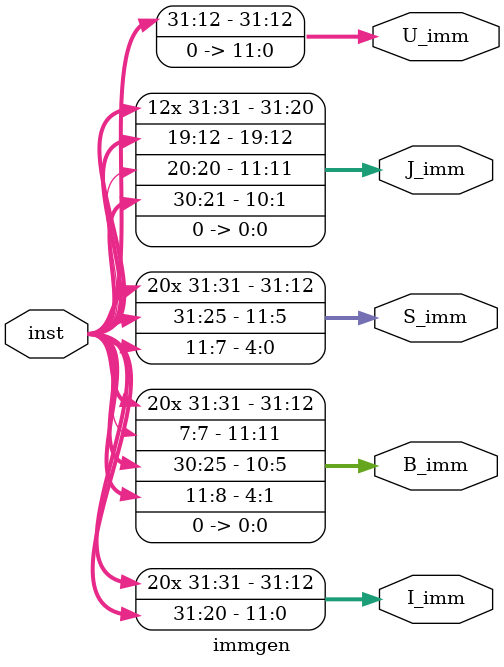
<source format=v>
`timescale 1ns / 1ps

module immgen(
    input [31:0] inst,
    output [31:0] I_imm,
    output [31:0] B_imm,
    output [31:0] S_imm,
    output [31:0] J_imm,
    output [31:0] U_imm
);
assign I_imm = {{20{inst[31]}}, inst[31:20]};
assign B_imm = {{19{inst[31]}}, inst[31], inst[7], inst[30:25], inst[11:8], 1'b0};
assign S_imm = {{20{inst[31]}}, inst[31:25], inst[11:7]};
assign J_imm = {{11{inst[31]}}, inst[31], inst[19:12], inst[20], inst[30:25], inst[24:21], 1'b0};
assign U_imm = {inst[31:12], 12'b0};
endmodule

</source>
